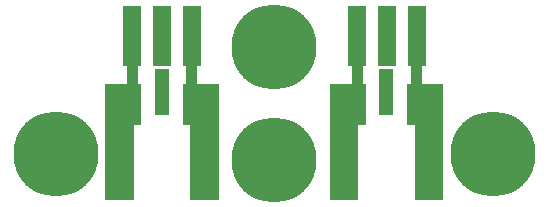
<source format=gts>
G04*
G04 #@! TF.GenerationSoftware,Altium Limited,Altium Designer,21.6.1 (37)*
G04*
G04 Layer_Color=8388736*
%FSLAX44Y44*%
%MOMM*%
G71*
G04*
G04 #@! TF.SameCoordinates,FC0A6441-3841-4F79-B882-F02D4C2157D2*
G04*
G04*
G04 #@! TF.FilePolarity,Negative*
G04*
G01*
G75*
%ADD14C,0.9000*%
%ADD15R,1.3000X3.9000*%
%ADD16R,1.6200X5.1800*%
%ADD17C,7.2000*%
G36*
X222500Y94000D02*
X216000D01*
Y31000D01*
X192000D01*
Y129000D01*
X222500D01*
Y94000D01*
D02*
G37*
G36*
X288000Y31000D02*
X264000D01*
Y94000D01*
X257500D01*
Y129000D01*
X288000D01*
Y31000D01*
D02*
G37*
G36*
X412500Y94000D02*
X406000D01*
Y31000D01*
X382000D01*
Y129000D01*
X412500D01*
Y94000D01*
D02*
G37*
G36*
X478000Y31000D02*
X454000D01*
Y94000D01*
X447500D01*
Y129000D01*
X478000D01*
Y31000D01*
D02*
G37*
D14*
X455000Y120000D02*
Y165000D01*
X405000Y120000D02*
Y155000D01*
X265000Y120000D02*
Y160000D01*
X215000Y110000D02*
Y155000D01*
D15*
X430000Y122000D02*
D03*
X240000D02*
D03*
D16*
X265400Y170000D02*
D03*
X240000D02*
D03*
X214600D02*
D03*
X455800D02*
D03*
X430400D02*
D03*
X405000D02*
D03*
D17*
X335000Y65000D02*
D03*
Y160000D02*
D03*
X520000Y70000D02*
D03*
X150000D02*
D03*
M02*

</source>
